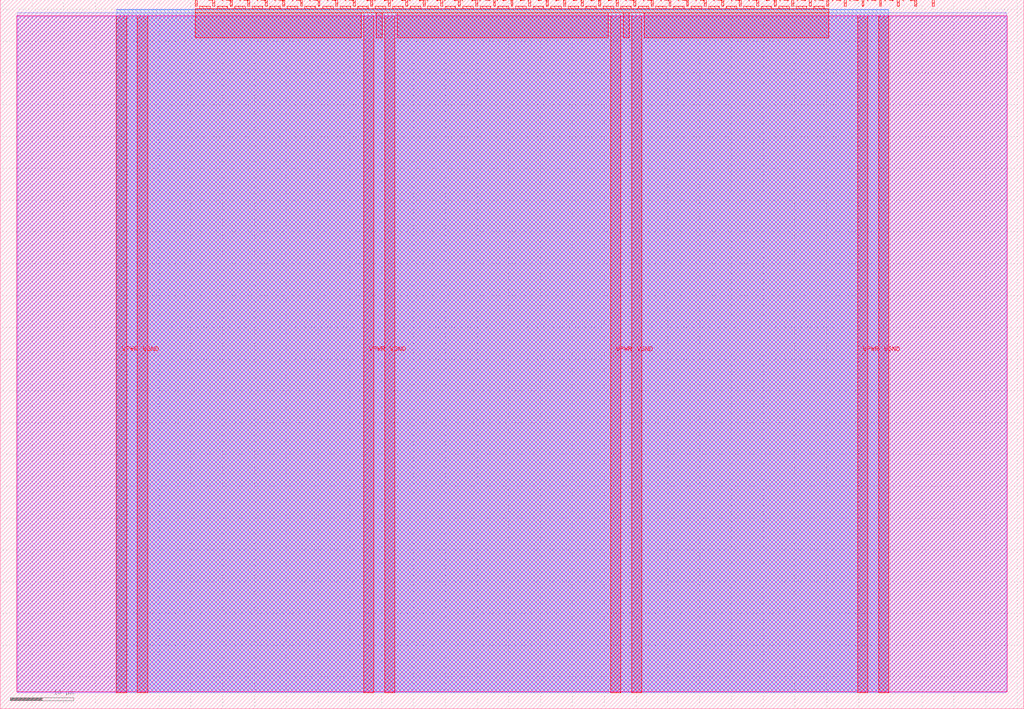
<source format=lef>
VERSION 5.7 ;
  NOWIREEXTENSIONATPIN ON ;
  DIVIDERCHAR "/" ;
  BUSBITCHARS "[]" ;
MACRO tt_um_wokwi_414120349028170753
  CLASS BLOCK ;
  FOREIGN tt_um_wokwi_414120349028170753 ;
  ORIGIN 0.000 0.000 ;
  SIZE 161.000 BY 111.520 ;
  PIN VGND
    DIRECTION INOUT ;
    USE GROUND ;
    PORT
      LAYER met4 ;
        RECT 21.580 2.480 23.180 109.040 ;
    END
    PORT
      LAYER met4 ;
        RECT 60.450 2.480 62.050 109.040 ;
    END
    PORT
      LAYER met4 ;
        RECT 99.320 2.480 100.920 109.040 ;
    END
    PORT
      LAYER met4 ;
        RECT 138.190 2.480 139.790 109.040 ;
    END
  END VGND
  PIN VPWR
    DIRECTION INOUT ;
    USE POWER ;
    PORT
      LAYER met4 ;
        RECT 18.280 2.480 19.880 109.040 ;
    END
    PORT
      LAYER met4 ;
        RECT 57.150 2.480 58.750 109.040 ;
    END
    PORT
      LAYER met4 ;
        RECT 96.020 2.480 97.620 109.040 ;
    END
    PORT
      LAYER met4 ;
        RECT 134.890 2.480 136.490 109.040 ;
    END
  END VPWR
  PIN clk
    DIRECTION INPUT ;
    USE SIGNAL ;
    PORT
      LAYER met4 ;
        RECT 143.830 110.520 144.130 111.520 ;
    END
  END clk
  PIN ena
    DIRECTION INPUT ;
    USE SIGNAL ;
    PORT
      LAYER met4 ;
        RECT 146.590 110.520 146.890 111.520 ;
    END
  END ena
  PIN rst_n
    DIRECTION INPUT ;
    USE SIGNAL ;
    PORT
      LAYER met4 ;
        RECT 141.070 110.520 141.370 111.520 ;
    END
  END rst_n
  PIN ui_in[0]
    DIRECTION INPUT ;
    USE SIGNAL ;
    PORT
      LAYER met4 ;
        RECT 138.310 110.520 138.610 111.520 ;
    END
  END ui_in[0]
  PIN ui_in[1]
    DIRECTION INPUT ;
    USE SIGNAL ;
    PORT
      LAYER met4 ;
        RECT 135.550 110.520 135.850 111.520 ;
    END
  END ui_in[1]
  PIN ui_in[2]
    DIRECTION INPUT ;
    USE SIGNAL ;
    PORT
      LAYER met4 ;
        RECT 132.790 110.520 133.090 111.520 ;
    END
  END ui_in[2]
  PIN ui_in[3]
    DIRECTION INPUT ;
    USE SIGNAL ;
    ANTENNAGATEAREA 0.159000 ;
    PORT
      LAYER met4 ;
        RECT 130.030 110.520 130.330 111.520 ;
    END
  END ui_in[3]
  PIN ui_in[4]
    DIRECTION INPUT ;
    USE SIGNAL ;
    ANTENNAGATEAREA 0.159000 ;
    PORT
      LAYER met4 ;
        RECT 127.270 110.520 127.570 111.520 ;
    END
  END ui_in[4]
  PIN ui_in[5]
    DIRECTION INPUT ;
    USE SIGNAL ;
    ANTENNAGATEAREA 0.159000 ;
    PORT
      LAYER met4 ;
        RECT 124.510 110.520 124.810 111.520 ;
    END
  END ui_in[5]
  PIN ui_in[6]
    DIRECTION INPUT ;
    USE SIGNAL ;
    ANTENNAGATEAREA 0.159000 ;
    PORT
      LAYER met4 ;
        RECT 121.750 110.520 122.050 111.520 ;
    END
  END ui_in[6]
  PIN ui_in[7]
    DIRECTION INPUT ;
    USE SIGNAL ;
    PORT
      LAYER met4 ;
        RECT 118.990 110.520 119.290 111.520 ;
    END
  END ui_in[7]
  PIN uio_in[0]
    DIRECTION INPUT ;
    USE SIGNAL ;
    PORT
      LAYER met4 ;
        RECT 116.230 110.520 116.530 111.520 ;
    END
  END uio_in[0]
  PIN uio_in[1]
    DIRECTION INPUT ;
    USE SIGNAL ;
    PORT
      LAYER met4 ;
        RECT 113.470 110.520 113.770 111.520 ;
    END
  END uio_in[1]
  PIN uio_in[2]
    DIRECTION INPUT ;
    USE SIGNAL ;
    PORT
      LAYER met4 ;
        RECT 110.710 110.520 111.010 111.520 ;
    END
  END uio_in[2]
  PIN uio_in[3]
    DIRECTION INPUT ;
    USE SIGNAL ;
    PORT
      LAYER met4 ;
        RECT 107.950 110.520 108.250 111.520 ;
    END
  END uio_in[3]
  PIN uio_in[4]
    DIRECTION INPUT ;
    USE SIGNAL ;
    PORT
      LAYER met4 ;
        RECT 105.190 110.520 105.490 111.520 ;
    END
  END uio_in[4]
  PIN uio_in[5]
    DIRECTION INPUT ;
    USE SIGNAL ;
    PORT
      LAYER met4 ;
        RECT 102.430 110.520 102.730 111.520 ;
    END
  END uio_in[5]
  PIN uio_in[6]
    DIRECTION INPUT ;
    USE SIGNAL ;
    PORT
      LAYER met4 ;
        RECT 99.670 110.520 99.970 111.520 ;
    END
  END uio_in[6]
  PIN uio_in[7]
    DIRECTION INPUT ;
    USE SIGNAL ;
    PORT
      LAYER met4 ;
        RECT 96.910 110.520 97.210 111.520 ;
    END
  END uio_in[7]
  PIN uio_oe[0]
    DIRECTION OUTPUT ;
    USE SIGNAL ;
    PORT
      LAYER met4 ;
        RECT 49.990 110.520 50.290 111.520 ;
    END
  END uio_oe[0]
  PIN uio_oe[1]
    DIRECTION OUTPUT ;
    USE SIGNAL ;
    PORT
      LAYER met4 ;
        RECT 47.230 110.520 47.530 111.520 ;
    END
  END uio_oe[1]
  PIN uio_oe[2]
    DIRECTION OUTPUT ;
    USE SIGNAL ;
    PORT
      LAYER met4 ;
        RECT 44.470 110.520 44.770 111.520 ;
    END
  END uio_oe[2]
  PIN uio_oe[3]
    DIRECTION OUTPUT ;
    USE SIGNAL ;
    PORT
      LAYER met4 ;
        RECT 41.710 110.520 42.010 111.520 ;
    END
  END uio_oe[3]
  PIN uio_oe[4]
    DIRECTION OUTPUT ;
    USE SIGNAL ;
    PORT
      LAYER met4 ;
        RECT 38.950 110.520 39.250 111.520 ;
    END
  END uio_oe[4]
  PIN uio_oe[5]
    DIRECTION OUTPUT ;
    USE SIGNAL ;
    PORT
      LAYER met4 ;
        RECT 36.190 110.520 36.490 111.520 ;
    END
  END uio_oe[5]
  PIN uio_oe[6]
    DIRECTION OUTPUT ;
    USE SIGNAL ;
    PORT
      LAYER met4 ;
        RECT 33.430 110.520 33.730 111.520 ;
    END
  END uio_oe[6]
  PIN uio_oe[7]
    DIRECTION OUTPUT ;
    USE SIGNAL ;
    PORT
      LAYER met4 ;
        RECT 30.670 110.520 30.970 111.520 ;
    END
  END uio_oe[7]
  PIN uio_out[0]
    DIRECTION OUTPUT ;
    USE SIGNAL ;
    PORT
      LAYER met4 ;
        RECT 72.070 110.520 72.370 111.520 ;
    END
  END uio_out[0]
  PIN uio_out[1]
    DIRECTION OUTPUT ;
    USE SIGNAL ;
    PORT
      LAYER met4 ;
        RECT 69.310 110.520 69.610 111.520 ;
    END
  END uio_out[1]
  PIN uio_out[2]
    DIRECTION OUTPUT ;
    USE SIGNAL ;
    PORT
      LAYER met4 ;
        RECT 66.550 110.520 66.850 111.520 ;
    END
  END uio_out[2]
  PIN uio_out[3]
    DIRECTION OUTPUT ;
    USE SIGNAL ;
    PORT
      LAYER met4 ;
        RECT 63.790 110.520 64.090 111.520 ;
    END
  END uio_out[3]
  PIN uio_out[4]
    DIRECTION OUTPUT ;
    USE SIGNAL ;
    PORT
      LAYER met4 ;
        RECT 61.030 110.520 61.330 111.520 ;
    END
  END uio_out[4]
  PIN uio_out[5]
    DIRECTION OUTPUT ;
    USE SIGNAL ;
    PORT
      LAYER met4 ;
        RECT 58.270 110.520 58.570 111.520 ;
    END
  END uio_out[5]
  PIN uio_out[6]
    DIRECTION OUTPUT ;
    USE SIGNAL ;
    PORT
      LAYER met4 ;
        RECT 55.510 110.520 55.810 111.520 ;
    END
  END uio_out[6]
  PIN uio_out[7]
    DIRECTION OUTPUT ;
    USE SIGNAL ;
    PORT
      LAYER met4 ;
        RECT 52.750 110.520 53.050 111.520 ;
    END
  END uio_out[7]
  PIN uo_out[0]
    DIRECTION OUTPUT ;
    USE SIGNAL ;
    PORT
      LAYER met4 ;
        RECT 94.150 110.520 94.450 111.520 ;
    END
  END uo_out[0]
  PIN uo_out[1]
    DIRECTION OUTPUT ;
    USE SIGNAL ;
    ANTENNADIFFAREA 0.445500 ;
    PORT
      LAYER met4 ;
        RECT 91.390 110.520 91.690 111.520 ;
    END
  END uo_out[1]
  PIN uo_out[2]
    DIRECTION OUTPUT ;
    USE SIGNAL ;
    ANTENNADIFFAREA 0.445500 ;
    PORT
      LAYER met4 ;
        RECT 88.630 110.520 88.930 111.520 ;
    END
  END uo_out[2]
  PIN uo_out[3]
    DIRECTION OUTPUT ;
    USE SIGNAL ;
    ANTENNADIFFAREA 0.445500 ;
    PORT
      LAYER met4 ;
        RECT 85.870 110.520 86.170 111.520 ;
    END
  END uo_out[3]
  PIN uo_out[4]
    DIRECTION OUTPUT ;
    USE SIGNAL ;
    ANTENNADIFFAREA 0.445500 ;
    PORT
      LAYER met4 ;
        RECT 83.110 110.520 83.410 111.520 ;
    END
  END uo_out[4]
  PIN uo_out[5]
    DIRECTION OUTPUT ;
    USE SIGNAL ;
    ANTENNADIFFAREA 0.445500 ;
    PORT
      LAYER met4 ;
        RECT 80.350 110.520 80.650 111.520 ;
    END
  END uo_out[5]
  PIN uo_out[6]
    DIRECTION OUTPUT ;
    USE SIGNAL ;
    ANTENNADIFFAREA 0.445500 ;
    PORT
      LAYER met4 ;
        RECT 77.590 110.520 77.890 111.520 ;
    END
  END uo_out[6]
  PIN uo_out[7]
    DIRECTION OUTPUT ;
    USE SIGNAL ;
    PORT
      LAYER met4 ;
        RECT 74.830 110.520 75.130 111.520 ;
    END
  END uo_out[7]
  OBS
      LAYER nwell ;
        RECT 2.570 2.635 158.430 108.990 ;
      LAYER li1 ;
        RECT 2.760 2.635 158.240 108.885 ;
      LAYER met1 ;
        RECT 2.760 2.480 158.240 109.440 ;
      LAYER met2 ;
        RECT 18.310 2.535 139.760 110.005 ;
      LAYER met3 ;
        RECT 18.290 2.555 139.780 109.985 ;
      LAYER met4 ;
        RECT 31.370 110.120 33.030 110.520 ;
        RECT 34.130 110.120 35.790 110.520 ;
        RECT 36.890 110.120 38.550 110.520 ;
        RECT 39.650 110.120 41.310 110.520 ;
        RECT 42.410 110.120 44.070 110.520 ;
        RECT 45.170 110.120 46.830 110.520 ;
        RECT 47.930 110.120 49.590 110.520 ;
        RECT 50.690 110.120 52.350 110.520 ;
        RECT 53.450 110.120 55.110 110.520 ;
        RECT 56.210 110.120 57.870 110.520 ;
        RECT 58.970 110.120 60.630 110.520 ;
        RECT 61.730 110.120 63.390 110.520 ;
        RECT 64.490 110.120 66.150 110.520 ;
        RECT 67.250 110.120 68.910 110.520 ;
        RECT 70.010 110.120 71.670 110.520 ;
        RECT 72.770 110.120 74.430 110.520 ;
        RECT 75.530 110.120 77.190 110.520 ;
        RECT 78.290 110.120 79.950 110.520 ;
        RECT 81.050 110.120 82.710 110.520 ;
        RECT 83.810 110.120 85.470 110.520 ;
        RECT 86.570 110.120 88.230 110.520 ;
        RECT 89.330 110.120 90.990 110.520 ;
        RECT 92.090 110.120 93.750 110.520 ;
        RECT 94.850 110.120 96.510 110.520 ;
        RECT 97.610 110.120 99.270 110.520 ;
        RECT 100.370 110.120 102.030 110.520 ;
        RECT 103.130 110.120 104.790 110.520 ;
        RECT 105.890 110.120 107.550 110.520 ;
        RECT 108.650 110.120 110.310 110.520 ;
        RECT 111.410 110.120 113.070 110.520 ;
        RECT 114.170 110.120 115.830 110.520 ;
        RECT 116.930 110.120 118.590 110.520 ;
        RECT 119.690 110.120 121.350 110.520 ;
        RECT 122.450 110.120 124.110 110.520 ;
        RECT 125.210 110.120 126.870 110.520 ;
        RECT 127.970 110.120 129.630 110.520 ;
        RECT 30.655 109.440 130.345 110.120 ;
        RECT 30.655 105.575 56.750 109.440 ;
        RECT 59.150 105.575 60.050 109.440 ;
        RECT 62.450 105.575 95.620 109.440 ;
        RECT 98.020 105.575 98.920 109.440 ;
        RECT 101.320 105.575 130.345 109.440 ;
  END
END tt_um_wokwi_414120349028170753
END LIBRARY


</source>
